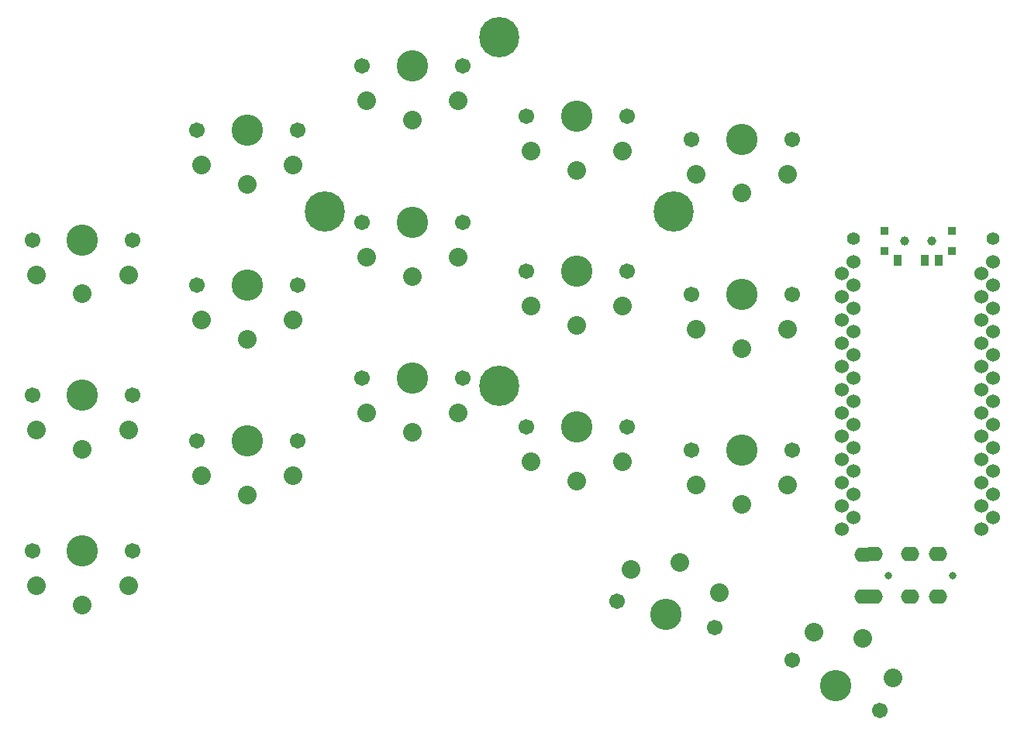
<source format=gbr>
%TF.GenerationSoftware,KiCad,Pcbnew,6.99.0-a9ca49a600~144~ubuntu20.04.1*%
%TF.CreationDate,2022-01-03T10:19:33+02:00*%
%TF.ProjectId,half-swept,68616c66-2d73-4776-9570-742e6b696361,rev?*%
%TF.SameCoordinates,Original*%
%TF.FileFunction,Soldermask,Bot*%
%TF.FilePolarity,Negative*%
%FSLAX46Y46*%
G04 Gerber Fmt 4.6, Leading zero omitted, Abs format (unit mm)*
G04 Created by KiCad (PCBNEW 6.99.0-a9ca49a600~144~ubuntu20.04.1) date 2022-01-03 10:19:33*
%MOMM*%
%LPD*%
G01*
G04 APERTURE LIST*
%ADD10C,4.400000*%
%ADD11C,1.701800*%
%ADD12C,2.032000*%
%ADD13C,3.429000*%
%ADD14C,1.524000*%
%ADD15O,2.000000X1.600000*%
%ADD16C,0.800000*%
%ADD17R,0.900000X0.900000*%
%ADD18R,0.900000X1.250000*%
%ADD19C,1.000000*%
%ADD20C,1.397000*%
G04 APERTURE END LIST*
D10*
%TO.C,REF\u002A\u002A*%
X72580000Y-23930000D03*
X91630000Y-42980000D03*
X72580000Y-62030000D03*
X53530000Y-42980000D03*
%TD*%
D11*
%TO.C,SW20*%
X114119140Y-97530000D03*
X104592860Y-92030000D03*
D12*
X112306000Y-89670450D03*
X115586127Y-93989103D03*
D13*
X109356000Y-94780000D03*
D12*
X106925873Y-88989103D03*
%TD*%
D11*
%TO.C,SW21*%
X96108592Y-88453505D03*
X85483408Y-85606495D03*
D12*
X92323032Y-81331038D03*
X96609142Y-84653577D03*
D13*
X90796000Y-87030000D03*
D12*
X86949883Y-82065387D03*
%TD*%
D11*
%TO.C,SW18*%
X93560000Y-69088000D03*
X104560000Y-69088000D03*
D12*
X99060000Y-74988000D03*
X94060000Y-72888000D03*
D13*
X99060000Y-69088000D03*
D12*
X104060000Y-72888000D03*
%TD*%
D11*
%TO.C,SW17*%
X75580000Y-66548000D03*
X86580000Y-66548000D03*
D12*
X81080000Y-72448000D03*
X76080000Y-70348000D03*
D13*
X81080000Y-66548000D03*
D12*
X86080000Y-70348000D03*
%TD*%
D11*
%TO.C,SW16*%
X57580000Y-61214000D03*
X68580000Y-61214000D03*
D12*
X63080000Y-67114000D03*
X58080000Y-65014000D03*
D13*
X63080000Y-61214000D03*
D12*
X68080000Y-65014000D03*
%TD*%
D11*
%TO.C,SW15*%
X39580000Y-68072000D03*
X50580000Y-68072000D03*
D12*
X45080000Y-73972000D03*
X40080000Y-71872000D03*
D13*
X45080000Y-68072000D03*
D12*
X50080000Y-71872000D03*
%TD*%
D11*
%TO.C,SW14*%
X21580000Y-80080000D03*
X32580000Y-80080000D03*
D12*
X27080000Y-85980000D03*
X22080000Y-83880000D03*
D13*
X27080000Y-80080000D03*
D12*
X32080000Y-83880000D03*
%TD*%
D11*
%TO.C,SW12*%
X93560000Y-52070000D03*
X104560000Y-52070000D03*
D12*
X99060000Y-57970000D03*
X94060000Y-55870000D03*
D13*
X99060000Y-52070000D03*
D12*
X104060000Y-55870000D03*
%TD*%
D11*
%TO.C,SW11*%
X75580000Y-49530000D03*
X86580000Y-49530000D03*
D12*
X81080000Y-55430000D03*
X76080000Y-53330000D03*
D13*
X81080000Y-49530000D03*
D12*
X86080000Y-53330000D03*
%TD*%
D11*
%TO.C,SW10*%
X57580000Y-44196000D03*
X68580000Y-44196000D03*
D12*
X63080000Y-50096000D03*
X58080000Y-47996000D03*
D13*
X63080000Y-44196000D03*
D12*
X68080000Y-47996000D03*
%TD*%
D11*
%TO.C,SW9*%
X39580000Y-51054000D03*
X50580000Y-51054000D03*
D12*
X45080000Y-56954000D03*
X40080000Y-54854000D03*
D13*
X45080000Y-51054000D03*
D12*
X50080000Y-54854000D03*
%TD*%
D11*
%TO.C,SW8*%
X21580000Y-63080000D03*
X32580000Y-63080000D03*
D12*
X27080000Y-68980000D03*
X22080000Y-66880000D03*
D13*
X27080000Y-63080000D03*
D12*
X32080000Y-66880000D03*
%TD*%
D11*
%TO.C,SW6*%
X93580000Y-35080000D03*
X104580000Y-35080000D03*
D12*
X99080000Y-40980000D03*
X94080000Y-38880000D03*
D13*
X99080000Y-35080000D03*
D12*
X104080000Y-38880000D03*
%TD*%
D11*
%TO.C,SW5*%
X75580000Y-32580000D03*
X86580000Y-32580000D03*
D12*
X81080000Y-38480000D03*
X76080000Y-36380000D03*
D13*
X81080000Y-32580000D03*
D12*
X86080000Y-36380000D03*
%TD*%
D11*
%TO.C,SW4*%
X57580000Y-27080000D03*
X68580000Y-27080000D03*
D12*
X63080000Y-32980000D03*
X58080000Y-30880000D03*
D13*
X63080000Y-27080000D03*
D12*
X68080000Y-30880000D03*
%TD*%
D11*
%TO.C,SW3*%
X39580000Y-34080000D03*
X50580000Y-34080000D03*
D12*
X45080000Y-39980000D03*
X40080000Y-37880000D03*
D13*
X45080000Y-34080000D03*
D12*
X50080000Y-37880000D03*
%TD*%
D11*
%TO.C,SW2*%
X21580000Y-46080000D03*
X32580000Y-46080000D03*
D12*
X27080000Y-51980000D03*
X22080000Y-49880000D03*
D13*
X27080000Y-46080000D03*
D12*
X32080000Y-49880000D03*
%TD*%
D14*
%TO.C,U1*%
X125222000Y-49784000D03*
X125222000Y-52324000D03*
X125222000Y-54864000D03*
X125222000Y-57404000D03*
X125222000Y-59944000D03*
X125222000Y-62484000D03*
X125222000Y-65024000D03*
X125222000Y-67564000D03*
X125222000Y-70104000D03*
X125222000Y-72644000D03*
X125222000Y-75184000D03*
X125222000Y-77724000D03*
X109982000Y-77724000D03*
X109982000Y-75184000D03*
X109982000Y-72644000D03*
X109982000Y-70104000D03*
X109982000Y-67564000D03*
X109982000Y-65024000D03*
X109982000Y-62484000D03*
X109982000Y-59944000D03*
X109982000Y-57404000D03*
X109982000Y-54864000D03*
X109982000Y-52324000D03*
X109982000Y-49784000D03*
X126528400Y-48514000D03*
X126528400Y-51054000D03*
X126528400Y-53594000D03*
X126528400Y-56134000D03*
X126528400Y-58674000D03*
X126528400Y-61214000D03*
X126528400Y-63754000D03*
X126528400Y-66294000D03*
X126528400Y-68834000D03*
X126528400Y-71374000D03*
X126528400Y-73914000D03*
X126528400Y-76454000D03*
X111308400Y-76454000D03*
X111308400Y-73914000D03*
X111308400Y-71374000D03*
X111308400Y-68834000D03*
X111308400Y-66294000D03*
X111308400Y-63754000D03*
X111308400Y-61214000D03*
X111308400Y-58674000D03*
X111308400Y-56134000D03*
X111308400Y-53594000D03*
X111308400Y-51054000D03*
X111308400Y-48514000D03*
%TD*%
D15*
%TO.C,J2*%
X117478000Y-80420000D03*
X120478000Y-80420000D03*
X113478000Y-80420000D03*
X112378000Y-85020000D03*
X112398000Y-80450000D03*
X113498000Y-85050000D03*
X120498000Y-85050000D03*
D16*
X115098000Y-82750000D03*
X122098000Y-82750000D03*
D15*
X117498000Y-85050000D03*
%TD*%
D17*
%TO.C,POWER SW*%
X122064000Y-45128000D03*
X122064000Y-47328000D03*
X114664000Y-47328000D03*
X114664000Y-45128000D03*
D18*
X116114000Y-48303000D03*
X120614000Y-48303000D03*
X119114000Y-48303000D03*
D19*
X119864000Y-46228000D03*
X116864000Y-46228000D03*
%TD*%
D20*
%TO.C,B-*%
X111252000Y-45974000D03*
%TD*%
%TO.C,B+*%
X126492000Y-45974000D03*
%TD*%
M02*

</source>
